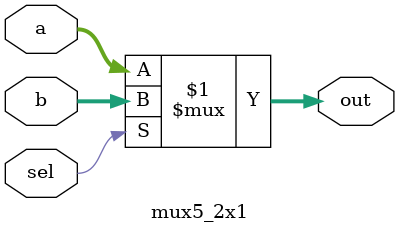
<source format=v>
module mux5_2x1 (a, b, sel, out);
	input wire [4:0]a;
	input wire [4:0]b;
	input wire sel;
	output wire [4:0]out;
	
	assign out = (sel) ? b : a;
endmodule 
</source>
